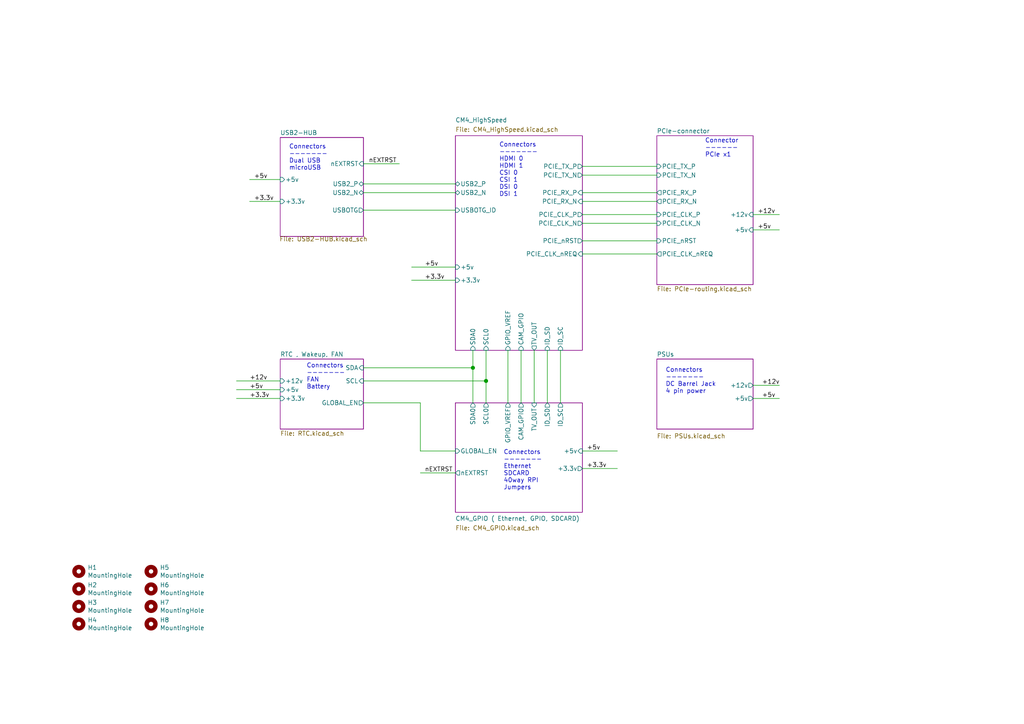
<source format=kicad_sch>
(kicad_sch (version 20201015) (generator eeschema)

  (page 1 7)

  (paper "A4")

  (title_block
    (title "Compute Module 4 IO Board - Top Level")
    (rev "1")
    (company "(c) Raspberry Pi Trading 2020")
    (comment 1 "www.raspberrypi.org")
  )

  (lib_symbols
    (symbol "Mechanical:MountingHole" (in_bom yes) (on_board yes)
      (property "Reference" "H" (id 0) (at 0 5.08 0)
        (effects (font (size 1.27 1.27)))
      )
      (property "Value" "MountingHole" (id 1) (at 0 3.175 0)
        (effects (font (size 1.27 1.27)))
      )
      (property "Footprint" "" (id 2) (at 0 0 0)
        (effects (font (size 1.27 1.27)) hide)
      )
      (property "Datasheet" "~" (id 3) (at 0 0 0)
        (effects (font (size 1.27 1.27)) hide)
      )
      (property "ki_keywords" "mounting hole" (id 4) (at 0 0 0)
        (effects (font (size 1.27 1.27)) hide)
      )
      (property "ki_description" "Mounting Hole without connection" (id 5) (at 0 0 0)
        (effects (font (size 1.27 1.27)) hide)
      )
      (property "ki_fp_filters" "MountingHole*" (id 6) (at 0 0 0)
        (effects (font (size 1.27 1.27)) hide)
      )
      (symbol "MountingHole_0_1"
        (circle (center 0 0) (radius 1.27) (stroke (width 1.27)) (fill (type none)))
      )
    )
  )


  (junction (at 137.16 106.68) (diameter 1.016) (color 0 0 0 0))
  (junction (at 140.97 110.49) (diameter 1.016) (color 0 0 0 0))

  (wire (pts (xy 68.58 110.49) (xy 81.28 110.49))
    (stroke (width 0) (type solid) (color 0 0 0 0))
  )
  (wire (pts (xy 68.58 113.03) (xy 81.28 113.03))
    (stroke (width 0) (type solid) (color 0 0 0 0))
  )
  (wire (pts (xy 81.28 52.07) (xy 72.39 52.07))
    (stroke (width 0) (type solid) (color 0 0 0 0))
  )
  (wire (pts (xy 81.28 58.42) (xy 72.39 58.42))
    (stroke (width 0) (type solid) (color 0 0 0 0))
  )
  (wire (pts (xy 81.28 115.57) (xy 68.58 115.57))
    (stroke (width 0) (type solid) (color 0 0 0 0))
  )
  (wire (pts (xy 105.41 47.498) (xy 115.824 47.498))
    (stroke (width 0) (type solid) (color 0 0 0 0))
  )
  (wire (pts (xy 105.41 53.34) (xy 132.08 53.34))
    (stroke (width 0) (type solid) (color 0 0 0 0))
  )
  (wire (pts (xy 105.41 55.88) (xy 132.08 55.88))
    (stroke (width 0) (type solid) (color 0 0 0 0))
  )
  (wire (pts (xy 105.41 60.96) (xy 132.08 60.96))
    (stroke (width 0) (type solid) (color 0 0 0 0))
  )
  (wire (pts (xy 105.41 106.68) (xy 137.16 106.68))
    (stroke (width 0) (type solid) (color 0 0 0 0))
  )
  (wire (pts (xy 105.41 110.49) (xy 140.97 110.49))
    (stroke (width 0) (type solid) (color 0 0 0 0))
  )
  (wire (pts (xy 105.41 116.84) (xy 121.92 116.84))
    (stroke (width 0) (type solid) (color 0 0 0 0))
  )
  (wire (pts (xy 119.38 77.47) (xy 132.08 77.47))
    (stroke (width 0) (type solid) (color 0 0 0 0))
  )
  (wire (pts (xy 121.92 130.81) (xy 121.92 116.84))
    (stroke (width 0) (type solid) (color 0 0 0 0))
  )
  (wire (pts (xy 121.92 137.16) (xy 132.08 137.16))
    (stroke (width 0) (type solid) (color 0 0 0 0))
  )
  (wire (pts (xy 132.08 81.28) (xy 119.38 81.28))
    (stroke (width 0) (type solid) (color 0 0 0 0))
  )
  (wire (pts (xy 132.08 130.81) (xy 121.92 130.81))
    (stroke (width 0) (type solid) (color 0 0 0 0))
  )
  (wire (pts (xy 137.16 101.6) (xy 137.16 106.68))
    (stroke (width 0) (type solid) (color 0 0 0 0))
  )
  (wire (pts (xy 137.16 106.68) (xy 137.16 116.84))
    (stroke (width 0) (type solid) (color 0 0 0 0))
  )
  (wire (pts (xy 140.97 110.49) (xy 140.97 101.6))
    (stroke (width 0) (type solid) (color 0 0 0 0))
  )
  (wire (pts (xy 140.97 116.84) (xy 140.97 110.49))
    (stroke (width 0) (type solid) (color 0 0 0 0))
  )
  (wire (pts (xy 147.32 101.6) (xy 147.32 116.84))
    (stroke (width 0) (type solid) (color 0 0 0 0))
  )
  (wire (pts (xy 151.13 116.84) (xy 151.13 101.6))
    (stroke (width 0) (type solid) (color 0 0 0 0))
  )
  (wire (pts (xy 154.94 116.84) (xy 154.94 101.6))
    (stroke (width 0) (type solid) (color 0 0 0 0))
  )
  (wire (pts (xy 158.75 101.6) (xy 158.75 116.84))
    (stroke (width 0) (type solid) (color 0 0 0 0))
  )
  (wire (pts (xy 162.56 116.84) (xy 162.56 101.6))
    (stroke (width 0) (type solid) (color 0 0 0 0))
  )
  (wire (pts (xy 168.91 48.26) (xy 190.5 48.26))
    (stroke (width 0) (type solid) (color 0 0 0 0))
  )
  (wire (pts (xy 168.91 50.8) (xy 190.5 50.8))
    (stroke (width 0) (type solid) (color 0 0 0 0))
  )
  (wire (pts (xy 168.91 55.88) (xy 190.5 55.88))
    (stroke (width 0) (type solid) (color 0 0 0 0))
  )
  (wire (pts (xy 168.91 58.42) (xy 190.5 58.42))
    (stroke (width 0) (type solid) (color 0 0 0 0))
  )
  (wire (pts (xy 168.91 62.23) (xy 190.5 62.23))
    (stroke (width 0) (type solid) (color 0 0 0 0))
  )
  (wire (pts (xy 168.91 64.77) (xy 190.5 64.77))
    (stroke (width 0) (type solid) (color 0 0 0 0))
  )
  (wire (pts (xy 168.91 69.85) (xy 190.5 69.85))
    (stroke (width 0) (type solid) (color 0 0 0 0))
  )
  (wire (pts (xy 168.91 73.66) (xy 190.5 73.66))
    (stroke (width 0) (type solid) (color 0 0 0 0))
  )
  (wire (pts (xy 168.91 135.89) (xy 179.07 135.89))
    (stroke (width 0) (type solid) (color 0 0 0 0))
  )
  (wire (pts (xy 179.07 130.81) (xy 168.91 130.81))
    (stroke (width 0) (type solid) (color 0 0 0 0))
  )
  (wire (pts (xy 218.44 62.23) (xy 226.06 62.23))
    (stroke (width 0) (type solid) (color 0 0 0 0))
  )
  (wire (pts (xy 218.44 66.675) (xy 226.06 66.675))
    (stroke (width 0) (type solid) (color 0 0 0 0))
  )
  (wire (pts (xy 218.44 111.76) (xy 226.06 111.76))
    (stroke (width 0) (type solid) (color 0 0 0 0))
  )
  (wire (pts (xy 218.44 115.57) (xy 226.06 115.57))
    (stroke (width 0) (type solid) (color 0 0 0 0))
  )

  (text "Connectors\n-------\nDual USB\nmicroUSB" (at 83.82 49.53 0)
    (effects (font (size 1.27 1.27)) (justify left bottom))
  )
  (text "Connectors\n-------\nFAN\nBattery" (at 88.9 113.03 0)
    (effects (font (size 1.27 1.27)) (justify left bottom))
  )
  (text "Connectors\n-------\nHDMI 0\nHDMI 1\nCSI 0\nCSI 1\nDSI 0\nDSI 1"
    (at 144.78 57.15 0)
    (effects (font (size 1.27 1.27)) (justify left bottom))
  )
  (text "Connectors\n-------\nEthernet\nSDCARD\n40way RPI\nJumpers"
    (at 146.05 142.24 0)
    (effects (font (size 1.27 1.27)) (justify left bottom))
  )
  (text "Connectors\n-------\nDC Barrel Jack\n4 pin power" (at 193.04 114.3 0)
    (effects (font (size 1.27 1.27)) (justify left bottom))
  )
  (text "Connector\n------\nPCIe x1" (at 204.47 45.72 0)
    (effects (font (size 1.27 1.27)) (justify left bottom))
  )

  (label "+12v" (at 72.39 110.49 0)
    (effects (font (size 1.27 1.27)) (justify left bottom))
  )
  (label "+5v" (at 72.39 113.03 0)
    (effects (font (size 1.27 1.27)) (justify left bottom))
  )
  (label "+3.3v" (at 72.39 115.57 0)
    (effects (font (size 1.27 1.27)) (justify left bottom))
  )
  (label "+5v" (at 73.66 52.07 0)
    (effects (font (size 1.27 1.27)) (justify left bottom))
  )
  (label "+3.3v" (at 73.66 58.42 0)
    (effects (font (size 1.27 1.27)) (justify left bottom))
  )
  (label "nEXTRST" (at 106.934 47.498 0)
    (effects (font (size 1.27 1.27)) (justify left bottom))
  )
  (label "+5v" (at 123.19 77.47 0)
    (effects (font (size 1.27 1.27)) (justify left bottom))
  )
  (label "+3.3v" (at 123.19 81.28 0)
    (effects (font (size 1.27 1.27)) (justify left bottom))
  )
  (label "nEXTRST" (at 123.19 137.16 0)
    (effects (font (size 1.27 1.27)) (justify left bottom))
  )
  (label "+5v" (at 170.18 130.81 0)
    (effects (font (size 1.27 1.27)) (justify left bottom))
  )
  (label "+3.3v" (at 170.18 135.89 0)
    (effects (font (size 1.27 1.27)) (justify left bottom))
  )
  (label "+12v" (at 219.71 62.23 0)
    (effects (font (size 1.27 1.27)) (justify left bottom))
  )
  (label "+5v" (at 219.71 66.675 0)
    (effects (font (size 1.27 1.27)) (justify left bottom))
  )
  (label "+12v" (at 220.98 111.76 0)
    (effects (font (size 1.27 1.27)) (justify left bottom))
  )
  (label "+5v" (at 220.98 115.57 0)
    (effects (font (size 1.27 1.27)) (justify left bottom))
  )

  (symbol (lib_id "Mechanical:MountingHole") (at 22.86 165.735 0) (unit 1)
    (in_bom yes) (on_board yes)
    (uuid "00000000-0000-0000-0000-00005e3b2f75")
    (property "Reference" "H1" (id 0) (at 25.4 164.592 0)
      (effects (font (size 1.27 1.27)) (justify left))
    )
    (property "Value" "MountingHole" (id 1) (at 25.4 166.878 0)
      (effects (font (size 1.27 1.27)) (justify left))
    )
    (property "Footprint" "MountingHole:MountingHole_2.7mm_M2.5" (id 2) (at 22.86 165.735 0)
      (effects (font (size 1.27 1.27)) hide)
    )
    (property "Datasheet" "~" (id 3) (at 22.86 165.735 0)
      (effects (font (size 1.27 1.27)) hide)
    )
    (property "Field4" "nf" (id 4) (at 22.86 165.735 0)
      (effects (font (size 1.27 1.27)) hide)
    )
    (property "Field5" "nf" (id 5) (at 22.86 165.735 0)
      (effects (font (size 1.27 1.27)) hide)
    )
    (property "Field6" "nf" (id 6) (at 22.86 165.735 0)
      (effects (font (size 1.27 1.27)) hide)
    )
    (property "Field7" "nf" (id 7) (at 22.86 165.735 0)
      (effects (font (size 1.27 1.27)) hide)
    )
    (property "Part Description" "M2.5 mounting hole" (id 8) (at 22.86 165.735 0)
      (effects (font (size 1.27 1.27)) hide)
    )
  )

  (symbol (lib_id "Mechanical:MountingHole") (at 22.86 170.815 0) (unit 1)
    (in_bom yes) (on_board yes)
    (uuid "00000000-0000-0000-0000-00005e3b2cb2")
    (property "Reference" "H2" (id 0) (at 25.4 169.672 0)
      (effects (font (size 1.27 1.27)) (justify left))
    )
    (property "Value" "MountingHole" (id 1) (at 25.4 171.958 0)
      (effects (font (size 1.27 1.27)) (justify left))
    )
    (property "Footprint" "MountingHole:MountingHole_2.7mm_M2.5" (id 2) (at 22.86 170.815 0)
      (effects (font (size 1.27 1.27)) hide)
    )
    (property "Datasheet" "~" (id 3) (at 22.86 170.815 0)
      (effects (font (size 1.27 1.27)) hide)
    )
    (property "Field4" "nf" (id 4) (at 22.86 170.815 0)
      (effects (font (size 1.27 1.27)) hide)
    )
    (property "Field5" "nf" (id 5) (at 22.86 170.815 0)
      (effects (font (size 1.27 1.27)) hide)
    )
    (property "Field6" "nf" (id 6) (at 22.86 170.815 0)
      (effects (font (size 1.27 1.27)) hide)
    )
    (property "Field7" "nf" (id 7) (at 22.86 170.815 0)
      (effects (font (size 1.27 1.27)) hide)
    )
    (property "Part Description" "M2.5 mounting hole" (id 8) (at 22.86 170.815 0)
      (effects (font (size 1.27 1.27)) hide)
    )
  )

  (symbol (lib_id "Mechanical:MountingHole") (at 22.86 175.895 0) (unit 1)
    (in_bom yes) (on_board yes)
    (uuid "00000000-0000-0000-0000-00005e3b25a9")
    (property "Reference" "H3" (id 0) (at 25.4 174.752 0)
      (effects (font (size 1.27 1.27)) (justify left))
    )
    (property "Value" "MountingHole" (id 1) (at 25.4 177.038 0)
      (effects (font (size 1.27 1.27)) (justify left))
    )
    (property "Footprint" "MountingHole:MountingHole_2.7mm_M2.5" (id 2) (at 22.86 175.895 0)
      (effects (font (size 1.27 1.27)) hide)
    )
    (property "Datasheet" "~" (id 3) (at 22.86 175.895 0)
      (effects (font (size 1.27 1.27)) hide)
    )
    (property "Field4" "nf" (id 4) (at 22.86 175.895 0)
      (effects (font (size 1.27 1.27)) hide)
    )
    (property "Field5" "nf" (id 5) (at 22.86 175.895 0)
      (effects (font (size 1.27 1.27)) hide)
    )
    (property "Field6" "nf" (id 6) (at 22.86 175.895 0)
      (effects (font (size 1.27 1.27)) hide)
    )
    (property "Field7" "nf" (id 7) (at 22.86 175.895 0)
      (effects (font (size 1.27 1.27)) hide)
    )
    (property "Part Description" "M2.5 mounting hole" (id 8) (at 22.86 175.895 0)
      (effects (font (size 1.27 1.27)) hide)
    )
  )

  (symbol (lib_id "Mechanical:MountingHole") (at 22.86 180.975 0) (unit 1)
    (in_bom yes) (on_board yes)
    (uuid "00000000-0000-0000-0000-00005e3b1a1d")
    (property "Reference" "H4" (id 0) (at 25.4 179.832 0)
      (effects (font (size 1.27 1.27)) (justify left))
    )
    (property "Value" "MountingHole" (id 1) (at 25.4 182.118 0)
      (effects (font (size 1.27 1.27)) (justify left))
    )
    (property "Footprint" "MountingHole:MountingHole_2.7mm_M2.5" (id 2) (at 22.86 180.975 0)
      (effects (font (size 1.27 1.27)) hide)
    )
    (property "Datasheet" "~" (id 3) (at 22.86 180.975 0)
      (effects (font (size 1.27 1.27)) hide)
    )
    (property "Field4" "nf" (id 4) (at 22.86 180.975 0)
      (effects (font (size 1.27 1.27)) hide)
    )
    (property "Field5" "nf" (id 5) (at 22.86 180.975 0)
      (effects (font (size 1.27 1.27)) hide)
    )
    (property "Field6" "nf" (id 6) (at 22.86 180.975 0)
      (effects (font (size 1.27 1.27)) hide)
    )
    (property "Field7" "nf" (id 7) (at 22.86 180.975 0)
      (effects (font (size 1.27 1.27)) hide)
    )
    (property "Part Description" "M2.5 mounting hole" (id 8) (at 22.86 180.975 0)
      (effects (font (size 1.27 1.27)) hide)
    )
  )

  (symbol (lib_id "Mechanical:MountingHole") (at 43.815 165.735 0) (unit 1)
    (in_bom yes) (on_board yes)
    (uuid "00000000-0000-0000-0000-00005e3b32fa")
    (property "Reference" "H5" (id 0) (at 46.355 164.592 0)
      (effects (font (size 1.27 1.27)) (justify left))
    )
    (property "Value" "MountingHole" (id 1) (at 46.355 166.878 0)
      (effects (font (size 1.27 1.27)) (justify left))
    )
    (property "Footprint" "MountingHole:MountingHole_2.7mm_M2.5" (id 2) (at 43.815 165.735 0)
      (effects (font (size 1.27 1.27)) hide)
    )
    (property "Datasheet" "~" (id 3) (at 43.815 165.735 0)
      (effects (font (size 1.27 1.27)) hide)
    )
    (property "Field4" "nf" (id 4) (at 43.815 165.735 0)
      (effects (font (size 1.27 1.27)) hide)
    )
    (property "Field5" "nf" (id 5) (at 43.815 165.735 0)
      (effects (font (size 1.27 1.27)) hide)
    )
    (property "Field6" "nf" (id 6) (at 43.815 165.735 0)
      (effects (font (size 1.27 1.27)) hide)
    )
    (property "Field7" "nf" (id 7) (at 43.815 165.735 0)
      (effects (font (size 1.27 1.27)) hide)
    )
    (property "Part Description" "M2.5 mounting hole" (id 8) (at 43.815 165.735 0)
      (effects (font (size 1.27 1.27)) hide)
    )
  )

  (symbol (lib_id "Mechanical:MountingHole") (at 43.815 170.815 0) (unit 1)
    (in_bom yes) (on_board yes)
    (uuid "00000000-0000-0000-0000-00005e3b3330")
    (property "Reference" "H6" (id 0) (at 46.355 169.672 0)
      (effects (font (size 1.27 1.27)) (justify left))
    )
    (property "Value" "MountingHole" (id 1) (at 46.355 171.958 0)
      (effects (font (size 1.27 1.27)) (justify left))
    )
    (property "Footprint" "MountingHole:MountingHole_2.7mm_M2.5" (id 2) (at 43.815 170.815 0)
      (effects (font (size 1.27 1.27)) hide)
    )
    (property "Datasheet" "~" (id 3) (at 43.815 170.815 0)
      (effects (font (size 1.27 1.27)) hide)
    )
    (property "Field4" "nf" (id 4) (at 43.815 170.815 0)
      (effects (font (size 1.27 1.27)) hide)
    )
    (property "Field5" "nf" (id 5) (at 43.815 170.815 0)
      (effects (font (size 1.27 1.27)) hide)
    )
    (property "Field6" "nf" (id 6) (at 43.815 170.815 0)
      (effects (font (size 1.27 1.27)) hide)
    )
    (property "Field7" "nf" (id 7) (at 43.815 170.815 0)
      (effects (font (size 1.27 1.27)) hide)
    )
    (property "Part Description" "M2.5 mounting hole" (id 8) (at 43.815 170.815 0)
      (effects (font (size 1.27 1.27)) hide)
    )
  )

  (symbol (lib_id "Mechanical:MountingHole") (at 43.815 175.895 0) (unit 1)
    (in_bom yes) (on_board yes)
    (uuid "00000000-0000-0000-0000-00005e3b331e")
    (property "Reference" "H7" (id 0) (at 46.355 174.752 0)
      (effects (font (size 1.27 1.27)) (justify left))
    )
    (property "Value" "MountingHole" (id 1) (at 46.355 177.038 0)
      (effects (font (size 1.27 1.27)) (justify left))
    )
    (property "Footprint" "MountingHole:MountingHole_2.7mm_M2.5" (id 2) (at 43.815 175.895 0)
      (effects (font (size 1.27 1.27)) hide)
    )
    (property "Datasheet" "~" (id 3) (at 43.815 175.895 0)
      (effects (font (size 1.27 1.27)) hide)
    )
    (property "Field4" "nf" (id 4) (at 43.815 175.895 0)
      (effects (font (size 1.27 1.27)) hide)
    )
    (property "Field5" "nf" (id 5) (at 43.815 175.895 0)
      (effects (font (size 1.27 1.27)) hide)
    )
    (property "Field6" "nf" (id 6) (at 43.815 175.895 0)
      (effects (font (size 1.27 1.27)) hide)
    )
    (property "Field7" "nf" (id 7) (at 43.815 175.895 0)
      (effects (font (size 1.27 1.27)) hide)
    )
    (property "Part Description" "M2.5 mounting hole" (id 8) (at 43.815 175.895 0)
      (effects (font (size 1.27 1.27)) hide)
    )
  )

  (symbol (lib_id "Mechanical:MountingHole") (at 43.815 180.975 0) (unit 1)
    (in_bom yes) (on_board yes)
    (uuid "00000000-0000-0000-0000-00005e3b330c")
    (property "Reference" "H8" (id 0) (at 46.355 179.832 0)
      (effects (font (size 1.27 1.27)) (justify left))
    )
    (property "Value" "MountingHole" (id 1) (at 46.355 182.118 0)
      (effects (font (size 1.27 1.27)) (justify left))
    )
    (property "Footprint" "MountingHole:MountingHole_2.7mm_M2.5" (id 2) (at 43.815 180.975 0)
      (effects (font (size 1.27 1.27)) hide)
    )
    (property "Datasheet" "~" (id 3) (at 43.815 180.975 0)
      (effects (font (size 1.27 1.27)) hide)
    )
    (property "Field4" "nf" (id 4) (at 43.815 180.975 0)
      (effects (font (size 1.27 1.27)) hide)
    )
    (property "Field5" "nf" (id 5) (at 43.815 180.975 0)
      (effects (font (size 1.27 1.27)) hide)
    )
    (property "Field6" "nf" (id 6) (at 43.815 180.975 0)
      (effects (font (size 1.27 1.27)) hide)
    )
    (property "Field7" "nf" (id 7) (at 43.815 180.975 0)
      (effects (font (size 1.27 1.27)) hide)
    )
    (property "Part Description" "M2.5 mounting hole" (id 8) (at 43.815 180.975 0)
      (effects (font (size 1.27 1.27)) hide)
    )
  )

  (sheet (at 132.08 116.84) (size 36.83 31.75)
    (stroke (width 0.1524) (type solid) (color 132 0 132 1))
    (fill (color 255 255 255 0.0000))
    (uuid 00000000-0000-0000-0000-00005cff706a)
    (property "Schaltplanname" "CM4_GPIO ( Ethernet, GPIO, SDCARD)" (id 0) (at 132.08 151.13 0)
      (effects (font (size 1.27 1.27)) (justify left bottom))
    )
    (property "Dateiname Blatt" "CM4_GPIO.kicad_sch" (id 1) (at 132.08 152.4 0)
      (effects (font (size 1.27 1.27)) (justify left top))
    )
    (pin "ID_SC" output (at 162.56 116.84 90)
      (effects (font (size 1.27 1.27)) (justify right))
    )
    (pin "ID_SD" output (at 158.75 116.84 90)
      (effects (font (size 1.27 1.27)) (justify right))
    )
    (pin "CAM_GPIO" output (at 151.13 116.84 90)
      (effects (font (size 1.27 1.27)) (justify right))
    )
    (pin "SCL0" output (at 140.97 116.84 90)
      (effects (font (size 1.27 1.27)) (justify right))
    )
    (pin "SDA0" output (at 137.16 116.84 90)
      (effects (font (size 1.27 1.27)) (justify right))
    )
    (pin "+5v" input (at 168.91 130.81 0)
      (effects (font (size 1.27 1.27)) (justify right))
    )
    (pin "+3.3v" output (at 168.91 135.89 0)
      (effects (font (size 1.27 1.27)) (justify right))
    )
    (pin "nEXTRST" output (at 132.08 137.16 180)
      (effects (font (size 1.27 1.27)) (justify left))
    )
    (pin "GLOBAL_EN" input (at 132.08 130.81 180)
      (effects (font (size 1.27 1.27)) (justify left))
    )
    (pin "GPIO_VREF" output (at 147.32 116.84 90)
      (effects (font (size 1.27 1.27)) (justify right))
    )
    (pin "TV_OUT" input (at 154.94 116.84 90)
      (effects (font (size 1.27 1.27)) (justify right))
    )
  )

  (sheet (at 132.08 39.37) (size 36.83 62.23)
    (stroke (width 0.1524) (type solid) (color 132 0 132 1))
    (fill (color 255 255 255 0.0000))
    (uuid 00000000-0000-0000-0000-00005cff70b1)
    (property "Schaltplanname" "CM4_HighSpeed" (id 0) (at 132.08 35.56 0)
      (effects (font (size 1.27 1.27)) (justify left bottom))
    )
    (property "Dateiname Blatt" "CM4_HighSpeed.kicad_sch" (id 1) (at 132.08 36.83 0)
      (effects (font (size 1.27 1.27)) (justify left top))
    )
    (pin "USB2_N" bidirectional (at 132.08 55.88 180)
      (effects (font (size 1.27 1.27)) (justify left))
    )
    (pin "USB2_P" bidirectional (at 132.08 53.34 180)
      (effects (font (size 1.27 1.27)) (justify left))
    )
    (pin "ID_SC" input (at 162.56 101.6 270)
      (effects (font (size 1.27 1.27)) (justify left))
    )
    (pin "ID_SD" input (at 158.75 101.6 270)
      (effects (font (size 1.27 1.27)) (justify left))
    )
    (pin "CAM_GPIO" input (at 151.13 101.6 270)
      (effects (font (size 1.27 1.27)) (justify left))
    )
    (pin "SCL0" input (at 140.97 101.6 270)
      (effects (font (size 1.27 1.27)) (justify left))
    )
    (pin "SDA0" input (at 137.16 101.6 270)
      (effects (font (size 1.27 1.27)) (justify left))
    )
    (pin "+5v" input (at 132.08 77.47 180)
      (effects (font (size 1.27 1.27)) (justify left))
    )
    (pin "PCIE_CLK_P" output (at 168.91 62.23 0)
      (effects (font (size 1.27 1.27)) (justify right))
    )
    (pin "PCIE_CLK_N" output (at 168.91 64.77 0)
      (effects (font (size 1.27 1.27)) (justify right))
    )
    (pin "PCIE_TX_P" output (at 168.91 48.26 0)
      (effects (font (size 1.27 1.27)) (justify right))
    )
    (pin "PCIE_TX_N" output (at 168.91 50.8 0)
      (effects (font (size 1.27 1.27)) (justify right))
    )
    (pin "PCIE_nRST" output (at 168.91 69.85 0)
      (effects (font (size 1.27 1.27)) (justify right))
    )
    (pin "PCIE_RX_P" input (at 168.91 55.88 0)
      (effects (font (size 1.27 1.27)) (justify right))
    )
    (pin "PCIE_RX_N" input (at 168.91 58.42 0)
      (effects (font (size 1.27 1.27)) (justify right))
    )
    (pin "PCIE_CLK_nREQ" input (at 168.91 73.66 0)
      (effects (font (size 1.27 1.27)) (justify right))
    )
    (pin "+3.3v" input (at 132.08 81.28 180)
      (effects (font (size 1.27 1.27)) (justify left))
    )
    (pin "USBOTG_ID" input (at 132.08 60.96 180)
      (effects (font (size 1.27 1.27)) (justify left))
    )
    (pin "GPIO_VREF" input (at 147.32 101.6 270)
      (effects (font (size 1.27 1.27)) (justify left))
    )
    (pin "TV_OUT" output (at 154.94 101.6 270)
      (effects (font (size 1.27 1.27)) (justify left))
    )
  )

  (sheet (at 190.5 39.37) (size 27.94 43.18)
    (stroke (width 0.1524) (type solid) (color 132 0 132 1))
    (fill (color 255 255 255 0.0000))
    (uuid 00000000-0000-0000-0000-00005ed4bb5b)
    (property "Schaltplanname" "PCIe-connector" (id 0) (at 190.5 38.734 0)
      (effects (font (size 1.27 1.27)) (justify left bottom))
    )
    (property "Dateiname Blatt" "PCIe-routing.kicad_sch" (id 1) (at 190.5 83.0585 0)
      (effects (font (size 1.27 1.27)) (justify left top))
    )
    (pin "PCIE_CLK_P" input (at 190.5 62.23 180)
      (effects (font (size 1.27 1.27)) (justify left))
    )
    (pin "PCIE_CLK_N" input (at 190.5 64.77 180)
      (effects (font (size 1.27 1.27)) (justify left))
    )
    (pin "PCIE_TX_P" input (at 190.5 48.26 180)
      (effects (font (size 1.27 1.27)) (justify left))
    )
    (pin "PCIE_TX_N" input (at 190.5 50.8 180)
      (effects (font (size 1.27 1.27)) (justify left))
    )
    (pin "PCIE_CLK_nREQ" output (at 190.5 73.66 180)
      (effects (font (size 1.27 1.27)) (justify left))
    )
    (pin "PCIE_nRST" input (at 190.5 69.85 180)
      (effects (font (size 1.27 1.27)) (justify left))
    )
    (pin "PCIE_RX_P" output (at 190.5 55.88 180)
      (effects (font (size 1.27 1.27)) (justify left))
    )
    (pin "PCIE_RX_N" output (at 190.5 58.42 180)
      (effects (font (size 1.27 1.27)) (justify left))
    )
    (pin "+12v" input (at 218.44 62.23 0)
      (effects (font (size 1.27 1.27)) (justify right))
    )
    (pin "+5v" input (at 218.44 66.675 0)
      (effects (font (size 1.27 1.27)) (justify right))
    )
  )

  (sheet (at 190.5 104.14) (size 27.94 20.32)
    (stroke (width 0.1524) (type solid) (color 132 0 132 1))
    (fill (color 255 255 255 0.0000))
    (uuid 00000000-0000-0000-0000-00005d31f999)
    (property "Schaltplanname" "PSUs" (id 0) (at 190.5 103.5045 0)
      (effects (font (size 1.27 1.27)) (justify left bottom))
    )
    (property "Dateiname Blatt" "PSUs.kicad_sch" (id 1) (at 190.5 125.73 0)
      (effects (font (size 1.27 1.27)) (justify left top))
    )
    (pin "+5v" output (at 218.44 115.57 0)
      (effects (font (size 1.27 1.27)) (justify right))
    )
    (pin "+12v" output (at 218.44 111.76 0)
      (effects (font (size 1.27 1.27)) (justify right))
    )
  )

  (sheet (at 81.28 104.14) (size 24.13 20.32)
    (stroke (width 0.1524) (type solid) (color 132 0 132 1))
    (fill (color 255 255 255 0.0000))
    (uuid 00000000-0000-0000-0000-00005e328d89)
    (property "Schaltplanname" "RTC , Wakeup, FAN" (id 0) (at 81.28 103.5045 0)
      (effects (font (size 1.27 1.27)) (justify left bottom))
    )
    (property "Dateiname Blatt" "RTC.kicad_sch" (id 1) (at 81.28 124.9685 0)
      (effects (font (size 1.27 1.27)) (justify left top))
    )
    (pin "SCL" input (at 105.41 110.49 0)
      (effects (font (size 1.27 1.27)) (justify right))
    )
    (pin "SDA" input (at 105.41 106.68 0)
      (effects (font (size 1.27 1.27)) (justify right))
    )
    (pin "+5v" input (at 81.28 113.03 180)
      (effects (font (size 1.27 1.27)) (justify left))
    )
    (pin "+3.3v" input (at 81.28 115.57 180)
      (effects (font (size 1.27 1.27)) (justify left))
    )
    (pin "GLOBAL_EN" output (at 105.41 116.84 0)
      (effects (font (size 1.27 1.27)) (justify right))
    )
    (pin "+12v" input (at 81.28 110.49 180)
      (effects (font (size 1.27 1.27)) (justify left))
    )
  )

  (sheet (at 81.28 39.878) (size 24.13 28.702)
    (stroke (width 0.1524) (type solid) (color 132 0 132 1))
    (fill (color 255 255 255 0.0000))
    (uuid 00000000-0000-0000-0000-00005e072e02)
    (property "Schaltplanname" "USB2-HUB" (id 0) (at 81.28 39.2425 0)
      (effects (font (size 1.27 1.27)) (justify left bottom))
    )
    (property "Dateiname Blatt" "USB2-HUB.kicad_sch" (id 1) (at 81.026 68.58 0)
      (effects (font (size 1.27 1.27)) (justify left top))
    )
    (pin "USB2_N" bidirectional (at 105.41 55.88 0)
      (effects (font (size 1.27 1.27)) (justify right))
    )
    (pin "USB2_P" bidirectional (at 105.41 53.34 0)
      (effects (font (size 1.27 1.27)) (justify right))
    )
    (pin "+5v" input (at 81.28 52.07 180)
      (effects (font (size 1.27 1.27)) (justify left))
    )
    (pin "+3.3v" input (at 81.28 58.42 180)
      (effects (font (size 1.27 1.27)) (justify left))
    )
    (pin "nEXTRST" input (at 105.41 47.498 0)
      (effects (font (size 1.27 1.27)) (justify right))
    )
    (pin "USBOTG" output (at 105.41 60.96 0)
      (effects (font (size 1.27 1.27)) (justify right))
    )
  )

  (sheet_instances
    (path "/" (page "1"))
    (path "/00000000-0000-0000-0000-00005e072e02/" (page "2"))
    (path "/00000000-0000-0000-0000-00005e328d89/" (page "3"))
    (path "/00000000-0000-0000-0000-00005cff70b1/" (page "4"))
    (path "/00000000-0000-0000-0000-00005cff706a/" (page "5"))
    (path "/00000000-0000-0000-0000-00005ed4bb5b/" (page "6"))
    (path "/00000000-0000-0000-0000-00005d31f999/" (page "7"))
  )

  (symbol_instances
    (path "/00000000-0000-0000-0000-00005e3b2f75"
      (reference "H1") (unit 1) (value "MountingHole") (footprint "MountingHole:MountingHole_2.7mm_M2.5")
    )
    (path "/00000000-0000-0000-0000-00005e3b2cb2"
      (reference "H2") (unit 1) (value "MountingHole") (footprint "MountingHole:MountingHole_2.7mm_M2.5")
    )
    (path "/00000000-0000-0000-0000-00005e3b25a9"
      (reference "H3") (unit 1) (value "MountingHole") (footprint "MountingHole:MountingHole_2.7mm_M2.5")
    )
    (path "/00000000-0000-0000-0000-00005e3b1a1d"
      (reference "H4") (unit 1) (value "MountingHole") (footprint "MountingHole:MountingHole_2.7mm_M2.5")
    )
    (path "/00000000-0000-0000-0000-00005e3b32fa"
      (reference "H5") (unit 1) (value "MountingHole") (footprint "MountingHole:MountingHole_2.7mm_M2.5")
    )
    (path "/00000000-0000-0000-0000-00005e3b3330"
      (reference "H6") (unit 1) (value "MountingHole") (footprint "MountingHole:MountingHole_2.7mm_M2.5")
    )
    (path "/00000000-0000-0000-0000-00005e3b331e"
      (reference "H7") (unit 1) (value "MountingHole") (footprint "MountingHole:MountingHole_2.7mm_M2.5")
    )
    (path "/00000000-0000-0000-0000-00005e3b330c"
      (reference "H8") (unit 1) (value "MountingHole") (footprint "MountingHole:MountingHole_2.7mm_M2.5")
    )
    (path "/00000000-0000-0000-0000-00005e072e02/00000000-0000-0000-0000-00005e9b65ca"
      (reference "#PWR01") (unit 1) (value "GND") (footprint "")
    )
    (path "/00000000-0000-0000-0000-00005e072e02/00000000-0000-0000-0000-00005e3b6d96"
      (reference "#PWR06") (unit 1) (value "GND") (footprint "")
    )
    (path "/00000000-0000-0000-0000-00005e072e02/00000000-0000-0000-0000-00005e3d5697"
      (reference "#PWR07") (unit 1) (value "GND") (footprint "")
    )
    (path "/00000000-0000-0000-0000-00005e072e02/00000000-0000-0000-0000-00005db36104"
      (reference "#PWR08") (unit 1) (value "GND") (footprint "")
    )
    (path "/00000000-0000-0000-0000-00005e072e02/00000000-0000-0000-0000-00005db3990f"
      (reference "#PWR09") (unit 1) (value "GND") (footprint "")
    )
    (path "/00000000-0000-0000-0000-00005e072e02/00000000-0000-0000-0000-00005dab10d9"
      (reference "#PWR010") (unit 1) (value "GND") (footprint "")
    )
    (path "/00000000-0000-0000-0000-00005e072e02/00000000-0000-0000-0000-00005db3d1df"
      (reference "#PWR011") (unit 1) (value "GND") (footprint "")
    )
    (path "/00000000-0000-0000-0000-00005e072e02/00000000-0000-0000-0000-00005db40afb"
      (reference "#PWR012") (unit 1) (value "GND") (footprint "")
    )
    (path "/00000000-0000-0000-0000-00005e072e02/00000000-0000-0000-0000-00005dd30b91"
      (reference "#PWR013") (unit 1) (value "GND") (footprint "")
    )
    (path "/00000000-0000-0000-0000-00005e072e02/00000000-0000-0000-0000-00005dafd9c4"
      (reference "#PWR014") (unit 1) (value "GND") (footprint "")
    )
    (path "/00000000-0000-0000-0000-00005e072e02/00000000-0000-0000-0000-00005d4c03f8"
      (reference "#PWR017") (unit 1) (value "GND") (footprint "")
    )
    (path "/00000000-0000-0000-0000-00005e072e02/00000000-0000-0000-0000-00005d4c0417"
      (reference "#PWR018") (unit 1) (value "GND") (footprint "")
    )
    (path "/00000000-0000-0000-0000-00005e072e02/00000000-0000-0000-0000-00005db61f2b"
      (reference "#PWR019") (unit 1) (value "GND") (footprint "")
    )
    (path "/00000000-0000-0000-0000-00005e072e02/00000000-0000-0000-0000-00005d4c040b"
      (reference "#PWR021") (unit 1) (value "GND") (footprint "")
    )
    (path "/00000000-0000-0000-0000-00005e072e02/00000000-0000-0000-0000-00005d55749c"
      (reference "#PWR023") (unit 1) (value "GND") (footprint "")
    )
    (path "/00000000-0000-0000-0000-00005e072e02/00000000-0000-0000-0000-00005d5574a2"
      (reference "#PWR024") (unit 1) (value "GND") (footprint "")
    )
    (path "/00000000-0000-0000-0000-00005e072e02/00000000-0000-0000-0000-00005d2f5819"
      (reference "#PWR025") (unit 1) (value "GND") (footprint "")
    )
    (path "/00000000-0000-0000-0000-00005e072e02/00000000-0000-0000-0000-00005d2f5823"
      (reference "#PWR026") (unit 1) (value "GND") (footprint "")
    )
    (path "/00000000-0000-0000-0000-00005e072e02/00000000-0000-0000-0000-00005dbc1856"
      (reference "#PWR049") (unit 1) (value "GND") (footprint "")
    )
    (path "/00000000-0000-0000-0000-00005e072e02/00000000-0000-0000-0000-00005dbc1892"
      (reference "#PWR050") (unit 1) (value "GND") (footprint "")
    )
    (path "/00000000-0000-0000-0000-00005e072e02/00000000-0000-0000-0000-00005dc24f31"
      (reference "#PWR0114") (unit 1) (value "GND") (footprint "")
    )
    (path "/00000000-0000-0000-0000-00005e072e02/00000000-0000-0000-0000-00005e63ba85"
      (reference "#PWR0123") (unit 1) (value "GND") (footprint "")
    )
    (path "/00000000-0000-0000-0000-00005e072e02/00000000-0000-0000-0000-00005e09b9bf"
      (reference "#PWR0142") (unit 1) (value "GND") (footprint "")
    )
    (path "/00000000-0000-0000-0000-00005e072e02/00000000-0000-0000-0000-00005e0b53d9"
      (reference "#PWR0143") (unit 1) (value "GND") (footprint "")
    )
    (path "/00000000-0000-0000-0000-00005e072e02/00000000-0000-0000-0000-00005e0e65c5"
      (reference "#PWR0144") (unit 1) (value "GND") (footprint "")
    )
    (path "/00000000-0000-0000-0000-00005e072e02/00000000-0000-0000-0000-00005eaee6a6"
      (reference "C2") (unit 1) (value "10u") (footprint "Capacitor_SMD:C_0805_2012Metric")
    )
    (path "/00000000-0000-0000-0000-00005e072e02/00000000-0000-0000-0000-00005e9f0d71"
      (reference "C3") (unit 1) (value "100n") (footprint "Capacitor_SMD:C_0402_1005Metric")
    )
    (path "/00000000-0000-0000-0000-00005e072e02/00000000-0000-0000-0000-00005e9f2312"
      (reference "C4") (unit 1) (value "100n") (footprint "Capacitor_SMD:C_0402_1005Metric")
    )
    (path "/00000000-0000-0000-0000-00005e072e02/00000000-0000-0000-0000-00005e3b8d2b"
      (reference "C6") (unit 1) (value "10u") (footprint "Capacitor_SMD:C_0805_2012Metric")
    )
    (path "/00000000-0000-0000-0000-00005e072e02/00000000-0000-0000-0000-00005e3b2653"
      (reference "C7") (unit 1) (value "100n") (footprint "Capacitor_SMD:C_0402_1005Metric")
    )
    (path "/00000000-0000-0000-0000-00005e072e02/00000000-0000-0000-0000-00005e3c619a"
      (reference "C8") (unit 1) (value "27pF") (footprint "Capacitor_SMD:C_0402_1005Metric")
    )
    (path "/00000000-0000-0000-0000-00005e072e02/00000000-0000-0000-0000-00005e3c68c5"
      (reference "C9") (unit 1) (value "27pF") (footprint "Capacitor_SMD:C_0402_1005Metric")
    )
    (path "/00000000-0000-0000-0000-00005e072e02/00000000-0000-0000-0000-00005e3b94fc"
      (reference "C10") (unit 1) (value "10u") (footprint "Capacitor_SMD:C_0805_2012Metric")
    )
    (path "/00000000-0000-0000-0000-00005e072e02/00000000-0000-0000-0000-00005e3aa782"
      (reference "C11") (unit 1) (value "100n") (footprint "Capacitor_SMD:C_0402_1005Metric")
    )
    (path "/00000000-0000-0000-0000-00005e072e02/00000000-0000-0000-0000-00005e3aca54"
      (reference "C14") (unit 1) (value "100n") (footprint "Capacitor_SMD:C_0402_1005Metric")
    )
    (path "/00000000-0000-0000-0000-00005e072e02/00000000-0000-0000-0000-00005e3ade99"
      (reference "C15") (unit 1) (value "100n") (footprint "Capacitor_SMD:C_0402_1005Metric")
    )
    (path "/00000000-0000-0000-0000-00005e072e02/00000000-0000-0000-0000-00005eb197aa"
      (reference "C16") (unit 1) (value "100uF") (footprint "Capacitor_Tantalum_SMD:CP_EIA-7343-31_Kemet-D")
    )
    (path "/00000000-0000-0000-0000-00005e072e02/00000000-0000-0000-0000-00005d4c0411"
      (reference "C17") (unit 1) (value "10u") (footprint "Capacitor_SMD:C_0805_2012Metric")
    )
    (path "/00000000-0000-0000-0000-00005e072e02/00000000-0000-0000-0000-00005d4c047b"
      (reference "C19") (unit 1) (value "10u") (footprint "Capacitor_SMD:C_0805_2012Metric")
    )
    (path "/00000000-0000-0000-0000-00005e072e02/00000000-0000-0000-0000-00005d4c0405"
      (reference "C20") (unit 1) (value "10u") (footprint "Capacitor_SMD:C_0805_2012Metric")
    )
    (path "/00000000-0000-0000-0000-00005e072e02/00000000-0000-0000-0000-00005d4c046f"
      (reference "C21") (unit 1) (value "10u") (footprint "Capacitor_SMD:C_0805_2012Metric")
    )
    (path "/00000000-0000-0000-0000-00005e072e02/00000000-0000-0000-0000-00005d3a5999"
      (reference "J11") (unit 1) (value "USB_OTG") (footprint "CM4IO:USB_Micro-B_EDAC_UCON00686")
    )
    (path "/00000000-0000-0000-0000-00005e072e02/00000000-0000-0000-0000-00005d252475"
      (reference "J13") (unit 1) (value "690-008-221-904") (footprint "CM4IO:MOLEX_USB_67298-4090")
    )
    (path "/00000000-0000-0000-0000-00005e072e02/00000000-0000-0000-0000-00005d36716d"
      (reference "J14") (unit 1) (value "Conn_02x05_Odd_Even") (footprint "Connector_PinHeader_2.54mm:PinHeader_2x05_P2.54mm_Vertical")
    )
    (path "/00000000-0000-0000-0000-00005e072e02/00000000-0000-0000-0000-00005d417c1b"
      (reference "R8") (unit 1) (value "2.2K 1%") (footprint "Resistor_SMD:R_0402_1005Metric")
    )
    (path "/00000000-0000-0000-0000-00005e072e02/00000000-0000-0000-0000-00005d615d09"
      (reference "R11") (unit 1) (value "2.2K 1%") (footprint "Resistor_SMD:R_0402_1005Metric")
    )
    (path "/00000000-0000-0000-0000-00005e072e02/00000000-0000-0000-0000-00005db23a6d"
      (reference "R12") (unit 1) (value "36K 1%") (footprint "Resistor_SMD:R_0402_1005Metric")
    )
    (path "/00000000-0000-0000-0000-00005e072e02/00000000-0000-0000-0000-00005db23686"
      (reference "R13") (unit 1) (value "36K 1%") (footprint "Resistor_SMD:R_0402_1005Metric")
    )
    (path "/00000000-0000-0000-0000-00005e072e02/00000000-0000-0000-0000-00005db233ef"
      (reference "R14") (unit 1) (value "36K 1%") (footprint "Resistor_SMD:R_0402_1005Metric")
    )
    (path "/00000000-0000-0000-0000-00005e072e02/00000000-0000-0000-0000-00005e39366c"
      (reference "R15") (unit 1) (value "12K 1%") (footprint "Resistor_SMD:R_0402_1005Metric")
    )
    (path "/00000000-0000-0000-0000-00005e072e02/00000000-0000-0000-0000-00005e39eaf3"
      (reference "R16") (unit 1) (value "36K 1%") (footprint "Resistor_SMD:R_0402_1005Metric")
    )
    (path "/00000000-0000-0000-0000-00005e072e02/00000000-0000-0000-0000-00005db53e31"
      (reference "R36") (unit 1) (value "15K 1%") (footprint "Resistor_SMD:R_0402_1005Metric")
    )
    (path "/00000000-0000-0000-0000-00005e072e02/00000000-0000-0000-0000-00005eb07faa"
      (reference "U4") (unit 1) (value "TPD4EUSB30") (footprint "Package_SON:USON-10_2.5x1.0mm_P0.5mm")
    )
    (path "/00000000-0000-0000-0000-00005e072e02/00000000-0000-0000-0000-00005da5fde6"
      (reference "U6") (unit 1) (value "USB2514B-I/M2") (footprint "Package_DFN_QFN:QFN-36-1EP_6x6mm_P0.5mm_EP3.7x3.7mm")
    )
    (path "/00000000-0000-0000-0000-00005e072e02/00000000-0000-0000-0000-00005da5464e"
      (reference "U7") (unit 1) (value "AP22653W6") (footprint "Package_TO_SOT_SMD:SOT-23-6")
    )
    (path "/00000000-0000-0000-0000-00005e072e02/00000000-0000-0000-0000-00005e09b996"
      (reference "U13") (unit 1) (value "FSUSB42MUX") (footprint "Package_SO:MSOP-10_3x3mm_P0.5mm")
    )
    (path "/00000000-0000-0000-0000-00005e072e02/00000000-0000-0000-0000-00005e3c5b00"
      (reference "Y1") (unit 1) (value "24MHz") (footprint "Crystal:Crystal_SMD_HC49-SD")
    )
    (path "/00000000-0000-0000-0000-00005e328d89/d246da2f-475c-405e-9593-d9ba8ff6c310"
      (reference "#PWR03") (unit 1) (value "GND") (footprint "")
    )
    (path "/00000000-0000-0000-0000-00005e328d89/00000000-0000-0000-0000-00005d30bf83"
      (reference "#PWR028") (unit 1) (value "GND") (footprint "")
    )
    (path "/00000000-0000-0000-0000-00005e328d89/00000000-0000-0000-0000-00005d313aa3"
      (reference "#PWR030") (unit 1) (value "GND") (footprint "")
    )
    (path "/00000000-0000-0000-0000-00005e328d89/00000000-0000-0000-0000-00005e3893ce"
      (reference "#PWR031") (unit 1) (value "GND") (footprint "")
    )
    (path "/00000000-0000-0000-0000-00005e328d89/00000000-0000-0000-0000-00005d0dd5c0"
      (reference "#PWR032") (unit 1) (value "GND") (footprint "")
    )
    (path "/00000000-0000-0000-0000-00005e328d89/00000000-0000-0000-0000-00005e3727fe"
      (reference "#PWR033") (unit 1) (value "GND") (footprint "")
    )
    (path "/00000000-0000-0000-0000-00005e328d89/00000000-0000-0000-0000-00005e382746"
      (reference "#PWR034") (unit 1) (value "GND") (footprint "")
    )
    (path "/00000000-0000-0000-0000-00005e328d89/00000000-0000-0000-0000-00005d0e8ad5"
      (reference "#PWR035") (unit 1) (value "GND") (footprint "")
    )
    (path "/00000000-0000-0000-0000-00005e328d89/00000000-0000-0000-0000-00005d313a99"
      (reference "BT1") (unit 1) (value "Battery_Cell") (footprint "Battery:BatteryHolder_Keystone_3034_1x20mm")
    )
    (path "/00000000-0000-0000-0000-00005e328d89/00000000-0000-0000-0000-00005e37f6d4"
      (reference "C22") (unit 1) (value "100n") (footprint "Capacitor_SMD:C_0402_1005Metric")
    )
    (path "/00000000-0000-0000-0000-00005e328d89/00000000-0000-0000-0000-00005d0dcf99"
      (reference "C23") (unit 1) (value "100n") (footprint "Capacitor_SMD:C_0402_1005Metric")
    )
    (path "/00000000-0000-0000-0000-00005e328d89/00000000-0000-0000-0000-00005e37f943"
      (reference "C24") (unit 1) (value "100n") (footprint "Capacitor_SMD:C_0402_1005Metric")
    )
    (path "/00000000-0000-0000-0000-00005e328d89/e75e5065-35a0-4517-8a34-de205d6745b5"
      (reference "C46") (unit 1) (value "100n") (footprint "Capacitor_SMD:C_0402_1005Metric")
    )
    (path "/00000000-0000-0000-0000-00005e328d89/00000000-0000-0000-0000-00005e8f3ded"
      (reference "D3") (unit 1) (value "BAT54C-7-F") (footprint "Package_TO_SOT_SMD:SOT-23")
    )
    (path "/00000000-0000-0000-0000-00005e328d89/00000000-0000-0000-0000-00005d0e2a28"
      (reference "J17") (unit 1) (value "Molex 470531000") (footprint "Connector:FanPinHeader_1x04_P2.54mm_Vertical")
    )
    (path "/00000000-0000-0000-0000-00005e328d89/00000000-0000-0000-0000-00005e37126a"
      (reference "R19") (unit 1) (value "510K 1%") (footprint "Resistor_SMD:R_0402_1005Metric")
    )
    (path "/00000000-0000-0000-0000-00005e328d89/00000000-0000-0000-0000-00005e37178d"
      (reference "R20") (unit 1) (value "510K 1%") (footprint "Resistor_SMD:R_0402_1005Metric")
    )
    (path "/00000000-0000-0000-0000-00005e328d89/00000000-0000-0000-0000-00005d0e61c8"
      (reference "R21") (unit 1) (value "36K 1%") (footprint "Resistor_SMD:R_0402_1005Metric")
    )
    (path "/00000000-0000-0000-0000-00005e328d89/00000000-0000-0000-0000-00005e8dc781"
      (reference "U8") (unit 1) (value "PCF85063AT/AAZ") (footprint "Package_SO:SOIC-8_3.9x4.9mm_P1.27mm")
    )
    (path "/00000000-0000-0000-0000-00005e328d89/00000000-0000-0000-0000-00005d0d0094"
      (reference "U11") (unit 1) (value "EMC2301-1-ACZL-TR") (footprint "Package_SO:SOIC-8_5.23x5.23mm_P1.27mm")
    )
    (path "/00000000-0000-0000-0000-00005e328d89/00000000-0000-0000-0000-00005e366722"
      (reference "U14") (unit 1) (value "74LVC1G07SE-7") (footprint "Package_TO_SOT_SMD:SOT-353_SC-70-5")
    )
    (path "/00000000-0000-0000-0000-00005e328d89/00000000-0000-0000-0000-00005e8e1392"
      (reference "Y2") (unit 1) (value "X32K768S301") (footprint "Crystal:Crystal_SMD_3215-2Pin_3.2x1.5mm")
    )
    (path "/00000000-0000-0000-0000-00005cff70b1/00000000-0000-0000-0000-00005d0564c5"
      (reference "#PWR0128") (unit 1) (value "GND") (footprint "")
    )
    (path "/00000000-0000-0000-0000-00005cff70b1/00000000-0000-0000-0000-00005d09ce38"
      (reference "#PWR0129") (unit 1) (value "GND") (footprint "")
    )
    (path "/00000000-0000-0000-0000-00005cff70b1/00000000-0000-0000-0000-00005d18172e"
      (reference "#PWR0130") (unit 1) (value "GND") (footprint "")
    )
    (path "/00000000-0000-0000-0000-00005cff70b1/00000000-0000-0000-0000-00005d1874b1"
      (reference "#PWR0131") (unit 1) (value "GND") (footprint "")
    )
    (path "/00000000-0000-0000-0000-00005cff70b1/00000000-0000-0000-0000-00005d23602b"
      (reference "#PWR0132") (unit 1) (value "GND") (footprint "")
    )
    (path "/00000000-0000-0000-0000-00005cff70b1/00000000-0000-0000-0000-00005d2470ec"
      (reference "#PWR0133") (unit 1) (value "GND") (footprint "")
    )
    (path "/00000000-0000-0000-0000-00005cff70b1/00000000-0000-0000-0000-00005d250ba3"
      (reference "#PWR0134") (unit 1) (value "GND") (footprint "")
    )
    (path "/00000000-0000-0000-0000-00005cff70b1/00000000-0000-0000-0000-00005d25a016"
      (reference "#PWR0135") (unit 1) (value "GND") (footprint "")
    )
    (path "/00000000-0000-0000-0000-00005cff70b1/00000000-0000-0000-0000-00005db8426d"
      (reference "#PWR0136") (unit 1) (value "GND") (footprint "")
    )
    (path "/00000000-0000-0000-0000-00005cff70b1/00000000-0000-0000-0000-00005db9fe14"
      (reference "#PWR0137") (unit 1) (value "GND") (footprint "")
    )
    (path "/00000000-0000-0000-0000-00005cff70b1/00000000-0000-0000-0000-00005dbbbebc"
      (reference "#PWR0138") (unit 1) (value "GND") (footprint "")
    )
    (path "/00000000-0000-0000-0000-00005cff70b1/00000000-0000-0000-0000-00005daa0732"
      (reference "C12") (unit 1) (value "100n") (footprint "Capacitor_SMD:C_0402_1005Metric")
    )
    (path "/00000000-0000-0000-0000-00005cff70b1/00000000-0000-0000-0000-00005da83896"
      (reference "C13") (unit 1) (value "100n") (footprint "Capacitor_SMD:C_0402_1005Metric")
    )
    (path "/00000000-0000-0000-0000-00005cff70b1/00000000-0000-0000-0000-00005d1a321e"
      (reference "J4") (unit 1) (value "Conn_01x22_Female") (footprint "Connector_FFC-FPC:Hirose_FH12-22S-0.5SH_1x22-1MP_P0.50mm_Horizontal")
    )
    (path "/00000000-0000-0000-0000-00005cff70b1/00000000-0000-0000-0000-00005d669a9a"
      (reference "J5") (unit 1) (value "Conn_01x22_Female") (footprint "Connector_FFC-FPC:Hirose_FH12-22S-0.5SH_1x22-1MP_P0.50mm_Horizontal")
    )
    (path "/00000000-0000-0000-0000-00005cff70b1/00000000-0000-0000-0000-00005e67855b"
      (reference "J6") (unit 1) (value "THD-02-R") (footprint "Connector_PinHeader_2.54mm:PinHeader_2x02_P2.54mm_Vertical")
    )
    (path "/00000000-0000-0000-0000-00005cff70b1/00000000-0000-0000-0000-00005d85c63e"
      (reference "J10") (unit 1) (value "690-019-298-412") (footprint "CM4IO:EDAC 690-019-298-412")
    )
    (path "/00000000-0000-0000-0000-00005cff70b1/00000000-0000-0000-0000-00005d66abfe"
      (reference "J15") (unit 1) (value "Conn_01x22_Female") (footprint "Connector_FFC-FPC:Hirose_FH12-22S-0.5SH_1x22-1MP_P0.50mm_Horizontal")
    )
    (path "/00000000-0000-0000-0000-00005cff70b1/00000000-0000-0000-0000-00005d66c6e8"
      (reference "J16") (unit 1) (value "Conn_01x22_Female") (footprint "Connector_FFC-FPC:Hirose_FH12-22S-0.5SH_1x22-1MP_P0.50mm_Horizontal")
    )
    (path "/00000000-0000-0000-0000-00005cff70b1/00000000-0000-0000-0000-00005d807cc9"
      (reference "J22") (unit 1) (value "690-019-298-412") (footprint "CM4IO:EDAC 690-019-298-412")
    )
    (path "/00000000-0000-0000-0000-00005cff70b1/00000000-0000-0000-0000-00005e471fb9"
      (reference "Module1") (unit 2) (value "ComputeModule4") (footprint "CM4IO:Raspberry-Pi-4-Compute-Module")
    )
    (path "/00000000-0000-0000-0000-00005cff70b1/00000000-0000-0000-0000-00005d3423d2"
      (reference "R6") (unit 1) (value "2.2K 1%") (footprint "Resistor_SMD:R_0402_1005Metric")
    )
    (path "/00000000-0000-0000-0000-00005cff70b1/00000000-0000-0000-0000-00005d343651"
      (reference "R7") (unit 1) (value "2.2K 1%") (footprint "Resistor_SMD:R_0402_1005Metric")
    )
    (path "/00000000-0000-0000-0000-00005cff70b1/00000000-0000-0000-0000-00005dad5ba8"
      (reference "U12") (unit 1) (value "RT9742SNGV") (footprint "Package_TO_SOT_SMD:SOT-23")
    )
    (path "/00000000-0000-0000-0000-00005cff706a/00000000-0000-0000-0000-00005e20cb90"
      (reference "#PWR05") (unit 1) (value "GND") (footprint "")
    )
    (path "/00000000-0000-0000-0000-00005cff706a/00000000-0000-0000-0000-00005d4cc3ad"
      (reference "#PWR027") (unit 1) (value "GND") (footprint "")
    )
    (path "/00000000-0000-0000-0000-00005cff706a/00000000-0000-0000-0000-00005dcc8bbc"
      (reference "#PWR0101") (unit 1) (value "GND") (footprint "")
    )
    (path "/00000000-0000-0000-0000-00005cff706a/00000000-0000-0000-0000-00005ddd76da"
      (reference "#PWR0102") (unit 1) (value "GND") (footprint "")
    )
    (path "/00000000-0000-0000-0000-00005cff706a/00000000-0000-0000-0000-00005ddf038e"
      (reference "#PWR0103") (unit 1) (value "GND") (footprint "")
    )
    (path "/00000000-0000-0000-0000-00005cff706a/00000000-0000-0000-0000-00005e15bd87"
      (reference "#PWR0104") (unit 1) (value "GND") (footprint "")
    )
    (path "/00000000-0000-0000-0000-00005cff706a/00000000-0000-0000-0000-00005e16bb43"
      (reference "#PWR0105") (unit 1) (value "GND") (footprint "")
    )
    (path "/00000000-0000-0000-0000-00005cff706a/00000000-0000-0000-0000-00005e4f0ad3"
      (reference "#PWR0106") (unit 1) (value "GND") (footprint "")
    )
    (path "/00000000-0000-0000-0000-00005cff706a/00000000-0000-0000-0000-00005e6c852b"
      (reference "#PWR0107") (unit 1) (value "GND") (footprint "")
    )
    (path "/00000000-0000-0000-0000-00005cff706a/00000000-0000-0000-0000-00005e6dcb75"
      (reference "#PWR0108") (unit 1) (value "GND") (footprint "")
    )
    (path "/00000000-0000-0000-0000-00005cff706a/00000000-0000-0000-0000-00005ebccb18"
      (reference "#PWR0109") (unit 1) (value "GND") (footprint "")
    )
    (path "/00000000-0000-0000-0000-00005cff706a/00000000-0000-0000-0000-00005ebf0a51"
      (reference "#PWR0110") (unit 1) (value "GND") (footprint "")
    )
    (path "/00000000-0000-0000-0000-00005cff706a/00000000-0000-0000-0000-00005ec0fbf3"
      (reference "#PWR0111") (unit 1) (value "GND") (footprint "")
    )
    (path "/00000000-0000-0000-0000-00005cff706a/00000000-0000-0000-0000-00005d718e31"
      (reference "#PWR0113") (unit 1) (value "GND") (footprint "")
    )
    (path "/00000000-0000-0000-0000-00005cff706a/00000000-0000-0000-0000-00005dcc8bb6"
      (reference "C1") (unit 1) (value "100n") (footprint "Capacitor_SMD:C_0402_1005Metric")
    )
    (path "/00000000-0000-0000-0000-00005cff706a/00000000-0000-0000-0000-00005dda3560"
      (reference "C5") (unit 1) (value "10u") (footprint "Capacitor_SMD:C_0805_2012Metric")
    )
    (path "/00000000-0000-0000-0000-00005cff706a/00000000-0000-0000-0000-00005e286645"
      (reference "D1") (unit 1) (value "LED Red") (footprint "LED_SMD:LED_0603_1608Metric")
    )
    (path "/00000000-0000-0000-0000-00005cff706a/00000000-0000-0000-0000-00005e19548d"
      (reference "D2") (unit 1) (value "LED Green") (footprint "LED_SMD:LED_0603_1608Metric")
    )
    (path "/00000000-0000-0000-0000-00005cff706a/00000000-0000-0000-0000-00005e411f5a"
      (reference "J1") (unit 1) (value "Conn_01x03") (footprint "Connector_PinHeader_2.54mm:PinHeader_1x03_P2.54mm_Vertical")
    )
    (path "/00000000-0000-0000-0000-00005cff706a/00000000-0000-0000-0000-00005e70fd78"
      (reference "J2") (unit 1) (value "Conn_02x07_Odd_Even") (footprint "Connector_PinHeader_2.54mm:PinHeader_2x07_P2.54mm_Vertical")
    )
    (path "/00000000-0000-0000-0000-00005cff706a/00000000-0000-0000-0000-00005e95ca2d"
      (reference "J3") (unit 1) (value "Conn_01x03") (footprint "Connector_PinHeader_2.54mm:PinHeader_1x03_P2.54mm_Vertical")
    )
    (path "/00000000-0000-0000-0000-00005cff706a/00000000-0000-0000-0000-00005e5f7d43"
      (reference "J7") (unit 1) (value "Micro_SD_Card_Det") (footprint "CM4IO:SDCARD_MOLEX_503398-1892")
    )
    (path "/00000000-0000-0000-0000-00005cff706a/00000000-0000-0000-0000-00005dd3ddee"
      (reference "J8") (unit 1) (value "THD-20-R") (footprint "Connector_PinHeader_2.54mm:PinHeader_2x20_P2.54mm_Vertical")
    )
    (path "/00000000-0000-0000-0000-00005cff706a/00000000-0000-0000-0000-00005dd09d38"
      (reference "J9") (unit 1) (value "THD-02-R") (footprint "Connector_PinHeader_2.54mm:PinHeader_2x02_P2.54mm_Vertical")
    )
    (path "/00000000-0000-0000-0000-00005cff706a/00000000-0000-0000-0000-00005dc6d7d8"
      (reference "Module1") (unit 1) (value "ComputeModule4") (footprint "CM4IO:Raspberry-Pi-4-Compute-Module")
    )
    (path "/00000000-0000-0000-0000-00005cff706a/00000000-0000-0000-0000-00005e19768b"
      (reference "R1") (unit 1) (value "1k") (footprint "Resistor_SMD:R_0402_1005Metric")
    )
    (path "/00000000-0000-0000-0000-00005cff706a/00000000-0000-0000-0000-00005e09a5b2"
      (reference "R2") (unit 1) (value "470R") (footprint "Resistor_SMD:R_0402_1005Metric")
    )
    (path "/00000000-0000-0000-0000-00005cff706a/00000000-0000-0000-0000-00005e0adefe"
      (reference "R3") (unit 1) (value "470R") (footprint "Resistor_SMD:R_0402_1005Metric")
    )
    (path "/00000000-0000-0000-0000-00005cff706a/00000000-0000-0000-0000-00005e5f7bb2"
      (reference "R4") (unit 1) (value "nf") (footprint "Resistor_SMD:R_0805_2012Metric_Pad1.15x1.40mm_HandSolder")
    )
    (path "/00000000-0000-0000-0000-00005cff706a/00000000-0000-0000-0000-00005e5f44e8"
      (reference "R5") (unit 1) (value "0R") (footprint "Resistor_SMD:R_0805_2012Metric_Pad1.15x1.40mm_HandSolder")
    )
    (path "/00000000-0000-0000-0000-00005cff706a/00000000-0000-0000-0000-00005e28664f"
      (reference "R10") (unit 1) (value "1k") (footprint "Resistor_SMD:R_0402_1005Metric")
    )
    (path "/00000000-0000-0000-0000-00005cff706a/9e193fd3-fb29-4b5f-9532-1eefb417cf82"
      (reference "R17") (unit 1) (value "nf") (footprint "Resistor_SMD:R_0402_1005Metric")
    )
    (path "/00000000-0000-0000-0000-00005cff706a/d801548f-f229-40db-ad09-ca7d8cd57a51"
      (reference "R18") (unit 1) (value "nf") (footprint "Resistor_SMD:R_0402_1005Metric")
    )
    (path "/00000000-0000-0000-0000-00005cff706a/d041bdd7-8c13-4388-b427-7bbfb222c059"
      (reference "R29") (unit 1) (value "12K 1%") (footprint "Resistor_SMD:R_0402_1005Metric")
    )
    (path "/00000000-0000-0000-0000-00005cff706a/a747e8fd-28f4-402b-969b-2c8e62ca6408"
      (reference "TP3") (unit 1) (value "TestPoint") (footprint "TestPoint:TestPoint_Pad_2.0x2.0mm")
    )
    (path "/00000000-0000-0000-0000-00005cff706a/00000000-0000-0000-0000-00005e5bd558"
      (reference "TP5") (unit 1) (value "TestPoint") (footprint "TestPoint:TestPoint_Pad_2.0x2.0mm")
    )
    (path "/00000000-0000-0000-0000-00005cff706a/00000000-0000-0000-0000-00005ea6ace7"
      (reference "U1") (unit 1) (value "TPD4EUSB30") (footprint "Package_SON:USON-10_2.5x1.0mm_P0.5mm")
    )
    (path "/00000000-0000-0000-0000-00005cff706a/00000000-0000-0000-0000-00005e48728e"
      (reference "U2") (unit 1) (value "TPD4EUSB30") (footprint "Package_SON:USON-10_2.5x1.0mm_P0.5mm")
    )
    (path "/00000000-0000-0000-0000-00005cff706a/00000000-0000-0000-0000-00005dc9735e"
      (reference "U3") (unit 1) (value "MagJack-A70-112-331N126") (footprint "CM4IO:TRJG0926HENL")
    )
    (path "/00000000-0000-0000-0000-00005cff706a/00000000-0000-0000-0000-00005d4045a5"
      (reference "U5") (unit 1) (value "74LVC1G07SE-7") (footprint "Package_TO_SOT_SMD:SOT-353_SC-70-5")
    )
    (path "/00000000-0000-0000-0000-00005cff706a/00000000-0000-0000-0000-00005d4cc39f"
      (reference "U9") (unit 1) (value "74LVC1G07SE-7") (footprint "Package_TO_SOT_SMD:SOT-353_SC-70-5")
    )
    (path "/00000000-0000-0000-0000-00005cff706a/00000000-0000-0000-0000-00005d66d4e4"
      (reference "U18") (unit 1) (value "RT9742GGJ5") (footprint "Package_TO_SOT_SMD:SOT-23-5")
    )
    (path "/00000000-0000-0000-0000-00005ed4bb5b/00000000-0000-0000-0000-00005d2a86bc"
      (reference "#PWR036") (unit 1) (value "GND") (footprint "")
    )
    (path "/00000000-0000-0000-0000-00005ed4bb5b/00000000-0000-0000-0000-00005d338c24"
      (reference "#PWR037") (unit 1) (value "GND") (footprint "")
    )
    (path "/00000000-0000-0000-0000-00005ed4bb5b/36f92306-8078-43b8-b200-c08703b2f777"
      (reference "#PWR0112") (unit 1) (value "GND") (footprint "")
    )
    (path "/00000000-0000-0000-0000-00005ed4bb5b/00000000-0000-0000-0000-00005d08bc2b"
      (reference "#PWR0115") (unit 1) (value "GND") (footprint "")
    )
    (path "/00000000-0000-0000-0000-00005ed4bb5b/00000000-0000-0000-0000-00005e489f64"
      (reference "#PWR0116") (unit 1) (value "GND") (footprint "")
    )
    (path "/00000000-0000-0000-0000-00005ed4bb5b/00000000-0000-0000-0000-00005e50d5fe"
      (reference "#PWR0117") (unit 1) (value "GND") (footprint "")
    )
    (path "/00000000-0000-0000-0000-00005ed4bb5b/00000000-0000-0000-0000-00005eb7c833"
      (reference "C25") (unit 1) (value "10u 35v") (footprint "Capacitor_SMD:C_0805_2012Metric")
    )
    (path "/00000000-0000-0000-0000-00005ed4bb5b/00000000-0000-0000-0000-00005eb7b5fb"
      (reference "C26") (unit 1) (value "10u 35v") (footprint "Capacitor_SMD:C_0805_2012Metric")
    )
    (path "/00000000-0000-0000-0000-00005ed4bb5b/00000000-0000-0000-0000-00005eb7a15f"
      (reference "C27") (unit 1) (value "10u 35v") (footprint "Capacitor_SMD:C_0805_2012Metric")
    )
    (path "/00000000-0000-0000-0000-00005ed4bb5b/00000000-0000-0000-0000-00005eb79355"
      (reference "C28") (unit 1) (value "10u 35v") (footprint "Capacitor_SMD:C_0805_2012Metric")
    )
    (path "/00000000-0000-0000-0000-00005ed4bb5b/00000000-0000-0000-0000-00005e489ec9"
      (reference "C29") (unit 1) (value "100n") (footprint "Capacitor_SMD:C_0402_1005Metric")
    )
    (path "/00000000-0000-0000-0000-00005ed4bb5b/00000000-0000-0000-0000-00005d2bde55"
      (reference "C30") (unit 1) (value "10u") (footprint "Capacitor_SMD:C_0805_2012Metric")
    )
    (path "/00000000-0000-0000-0000-00005ed4bb5b/00000000-0000-0000-0000-00005d2be240"
      (reference "C31") (unit 1) (value "10u") (footprint "Capacitor_SMD:C_0805_2012Metric")
    )
    (path "/00000000-0000-0000-0000-00005ed4bb5b/00000000-0000-0000-0000-00005d2be48f"
      (reference "C32") (unit 1) (value "10u") (footprint "Capacitor_SMD:C_0805_2012Metric")
    )
    (path "/00000000-0000-0000-0000-00005ed4bb5b/00000000-0000-0000-0000-00005d2beaa1"
      (reference "C33") (unit 1) (value "10u") (footprint "Capacitor_SMD:C_0805_2012Metric")
    )
    (path "/00000000-0000-0000-0000-00005ed4bb5b/00000000-0000-0000-0000-00005eb78a39"
      (reference "C43") (unit 1) (value "10u 35v") (footprint "Capacitor_SMD:C_0805_2012Metric")
    )
    (path "/00000000-0000-0000-0000-00005ed4bb5b/00000000-0000-0000-0000-00005eb74fe8"
      (reference "C44") (unit 1) (value "10u 35v") (footprint "Capacitor_SMD:C_0805_2012Metric")
    )
    (path "/00000000-0000-0000-0000-00005ed4bb5b/00000000-0000-0000-0000-00005eadd496"
      (reference "C45") (unit 1) (value "100uF") (footprint "Capacitor_Tantalum_SMD:CP_EIA-7343-31_Kemet-D")
    )
    (path "/00000000-0000-0000-0000-00005ed4bb5b/00000000-0000-0000-0000-00005e489eff"
      (reference "C62") (unit 1) (value "100n") (footprint "Capacitor_SMD:C_0402_1005Metric")
    )
    (path "/00000000-0000-0000-0000-00005ed4bb5b/00000000-0000-0000-0000-00005e489e7e"
      (reference "C63") (unit 1) (value "nf") (footprint "Capacitor_SMD:C_0402_1005Metric")
    )
    (path "/00000000-0000-0000-0000-00005ed4bb5b/00000000-0000-0000-0000-00005e489e44"
      (reference "C64") (unit 1) (value "1.2nF") (footprint "Capacitor_SMD:C_0402_1005Metric")
    )
    (path "/00000000-0000-0000-0000-00005ed4bb5b/00000000-0000-0000-0000-00005e489fb7"
      (reference "C65") (unit 1) (value "nf") (footprint "Capacitor_SMD:C_0402_1005Metric")
    )
    (path "/00000000-0000-0000-0000-00005ed4bb5b/00000000-0000-0000-0000-00005ed4ec99"
      (reference "J12") (unit 1) (value "10018783-11200TLF") (footprint "CM4IO:PCIex1-36")
    )
    (path "/00000000-0000-0000-0000-00005ed4bb5b/00000000-0000-0000-0000-00005e489fd5"
      (reference "L3") (unit 1) (value "SRN6045TA-3R3Y") (footprint "Inductor_SMD:L_Bourns_SRN6045TA")
    )
    (path "/00000000-0000-0000-0000-00005ed4bb5b/00000000-0000-0000-0000-00005e489f79"
      (reference "R22") (unit 1) (value "10R") (footprint "Resistor_SMD:R_0402_1005Metric")
    )
    (path "/00000000-0000-0000-0000-00005ed4bb5b/00000000-0000-0000-0000-00005e4b7379"
      (reference "R23") (unit 1) (value "12K 1%") (footprint "Resistor_SMD:R_0402_1005Metric")
    )
    (path "/00000000-0000-0000-0000-00005ed4bb5b/00000000-0000-0000-0000-00005e4be298"
      (reference "R24") (unit 1) (value "47K 1%") (footprint "Resistor_SMD:R_0402_1005Metric")
    )
    (path "/00000000-0000-0000-0000-00005ed4bb5b/00000000-0000-0000-0000-00005e489e2a"
      (reference "R30") (unit 1) (value "15K 1%") (footprint "Resistor_SMD:R_0402_1005Metric")
    )
    (path "/00000000-0000-0000-0000-00005ed4bb5b/00000000-0000-0000-0000-00005e591faa"
      (reference "TP1") (unit 1) (value "TestPoint") (footprint "TestPoint:TestPoint_Pad_2.0x2.0mm")
    )
    (path "/00000000-0000-0000-0000-00005ed4bb5b/00000000-0000-0000-0000-00005e489ea5"
      (reference "U15") (unit 1) (value "AP64501SP-13") (footprint "Package_SO:SOIC-8-1EP_3.9x4.9mm_P1.27mm_EP2.95x4.9mm_Mask2.71x3.4mm_ThermalVias")
    )
    (path "/00000000-0000-0000-0000-00005d31f999/00000000-0000-0000-0000-00005eb13923"
      (reference "#PWR02") (unit 1) (value "GND") (footprint "")
    )
    (path "/00000000-0000-0000-0000-00005d31f999/00000000-0000-0000-0000-00005d3211d5"
      (reference "#PWR041") (unit 1) (value "GND") (footprint "")
    )
    (path "/00000000-0000-0000-0000-00005d31f999/00000000-0000-0000-0000-00005d336679"
      (reference "#PWR042") (unit 1) (value "GND") (footprint "")
    )
    (path "/00000000-0000-0000-0000-00005d31f999/00000000-0000-0000-0000-00005d294451"
      (reference "#PWR043") (unit 1) (value "GND") (footprint "")
    )
    (path "/00000000-0000-0000-0000-00005d31f999/00000000-0000-0000-0000-00005d4949e4"
      (reference "#PWR045") (unit 1) (value "GND") (footprint "")
    )
    (path "/00000000-0000-0000-0000-00005d31f999/00000000-0000-0000-0000-00005e533405"
      (reference "#PWR0118") (unit 1) (value "GND") (footprint "")
    )
    (path "/00000000-0000-0000-0000-00005d31f999/00000000-0000-0000-0000-00005e540dfc"
      (reference "#PWR0119") (unit 1) (value "GND") (footprint "")
    )
    (path "/00000000-0000-0000-0000-00005d31f999/00000000-0000-0000-0000-00005e571a33"
      (reference "#PWR0120") (unit 1) (value "GND") (footprint "")
    )
    (path "/00000000-0000-0000-0000-00005d31f999/00000000-0000-0000-0000-00005e5b1f44"
      (reference "#PWR0122") (unit 1) (value "GND") (footprint "")
    )
    (path "/00000000-0000-0000-0000-00005d31f999/37be3783-986e-41bc-a074-efadea452183"
      (reference "C18") (unit 1) (value "100uF") (footprint "Capacitor_Tantalum_SMD:CP_EIA-7343-31_Kemet-D")
    )
    (path "/00000000-0000-0000-0000-00005d31f999/00000000-0000-0000-0000-00005eb60516"
      (reference "C34") (unit 1) (value "10u 35v") (footprint "Capacitor_SMD:C_0805_2012Metric")
    )
    (path "/00000000-0000-0000-0000-00005d31f999/00000000-0000-0000-0000-00005eb5e922"
      (reference "C35") (unit 1) (value "10u 35v") (footprint "Capacitor_SMD:C_0805_2012Metric")
    )
    (path "/00000000-0000-0000-0000-00005d31f999/00000000-0000-0000-0000-00005d32f618"
      (reference "C36") (unit 1) (value "100n 100v") (footprint "Capacitor_SMD:C_0402_1005Metric")
    )
    (path "/00000000-0000-0000-0000-00005d31f999/00000000-0000-0000-0000-00005eb5c577"
      (reference "C37") (unit 1) (value "10u 35v") (footprint "Capacitor_SMD:C_0805_2012Metric")
    )
    (path "/00000000-0000-0000-0000-00005d31f999/00000000-0000-0000-0000-00005eb58aeb"
      (reference "C38") (unit 1) (value "10u 35v") (footprint "Capacitor_SMD:C_0805_2012Metric")
    )
    (path "/00000000-0000-0000-0000-00005d31f999/00000000-0000-0000-0000-00005eb56b99"
      (reference "C39") (unit 1) (value "10u 35v") (footprint "Capacitor_SMD:C_0805_2012Metric")
    )
    (path "/00000000-0000-0000-0000-00005d31f999/00000000-0000-0000-0000-00005e4c3e94"
      (reference "C40") (unit 1) (value "100n") (footprint "Capacitor_SMD:C_0402_1005Metric")
    )
    (path "/00000000-0000-0000-0000-00005d31f999/00000000-0000-0000-0000-00005eb4cf69"
      (reference "C41") (unit 1) (value "10u 35v") (footprint "Capacitor_SMD:C_0805_2012Metric")
    )
    (path "/00000000-0000-0000-0000-00005d31f999/00000000-0000-0000-0000-00005eb8a13e"
      (reference "C42") (unit 1) (value "10u 35v") (footprint "Capacitor_SMD:C_0805_2012Metric")
    )
    (path "/00000000-0000-0000-0000-00005d31f999/00000000-0000-0000-0000-00005d3289ab"
      (reference "C47") (unit 1) (value "10u") (footprint "Capacitor_SMD:C_0805_2012Metric")
    )
    (path "/00000000-0000-0000-0000-00005d31f999/00000000-0000-0000-0000-00005d3289b2"
      (reference "C49") (unit 1) (value "10u") (footprint "Capacitor_SMD:C_0805_2012Metric")
    )
    (path "/00000000-0000-0000-0000-00005d31f999/00000000-0000-0000-0000-00005d3289b8"
      (reference "C51") (unit 1) (value "10u") (footprint "Capacitor_SMD:C_0805_2012Metric")
    )
    (path "/00000000-0000-0000-0000-00005d31f999/00000000-0000-0000-0000-00005d3289be"
      (reference "C52") (unit 1) (value "10u") (footprint "Capacitor_SMD:C_0805_2012Metric")
    )
    (path "/00000000-0000-0000-0000-00005d31f999/00000000-0000-0000-0000-00005e540df2"
      (reference "C57") (unit 1) (value "100n") (footprint "Capacitor_SMD:C_0402_1005Metric")
    )
    (path "/00000000-0000-0000-0000-00005d31f999/00000000-0000-0000-0000-00005e540dfb"
      (reference "C58") (unit 1) (value "100n") (footprint "Capacitor_SMD:C_0402_1005Metric")
    )
    (path "/00000000-0000-0000-0000-00005d31f999/00000000-0000-0000-0000-00005e540df8"
      (reference "C59") (unit 1) (value "nf") (footprint "Capacitor_SMD:C_0402_1005Metric")
    )
    (path "/00000000-0000-0000-0000-00005d31f999/00000000-0000-0000-0000-00005e540df7"
      (reference "C60") (unit 1) (value "1.2nF") (footprint "Capacitor_SMD:C_0402_1005Metric")
    )
    (path "/00000000-0000-0000-0000-00005d31f999/00000000-0000-0000-0000-00005e540df4"
      (reference "C61") (unit 1) (value "nf") (footprint "Capacitor_SMD:C_0402_1005Metric")
    )
    (path "/00000000-0000-0000-0000-00005d31f999/00000000-0000-0000-0000-00005e3d4586"
      (reference "D4") (unit 1) (value "MMBZ5242BLT3G") (footprint "Diode_SMD:D_SOT-23_ANK")
    )
    (path "/00000000-0000-0000-0000-00005d31f999/00000000-0000-0000-0000-00005d787bd9"
      (reference "J19") (unit 1) (value "Barrel_Jack") (footprint "Connector_BarrelJack:BarrelJack_Horizontal")
    )
    (path "/00000000-0000-0000-0000-00005d31f999/00000000-0000-0000-0000-00005d453ed7"
      (reference "J20") (unit 1) (value "AMP171826-4") (footprint "171826-4:TE_171826-4")
    )
    (path "/00000000-0000-0000-0000-00005d31f999/00000000-0000-0000-0000-00005e540df6"
      (reference "L5") (unit 1) (value "SRN6045TA-3R3Y") (footprint "Inductor_SMD:L_Bourns_SRN6045TA")
    )
    (path "/00000000-0000-0000-0000-00005d31f999/00000000-0000-0000-0000-00005ea9b8ba"
      (reference "Q1") (unit 1) (value "DMP3013SFV-7") (footprint "Package_SON:Diodes_PowerDI3333-8")
    )
    (path "/00000000-0000-0000-0000-00005d31f999/00000000-0000-0000-0000-00005e540df3"
      (reference "R9") (unit 1) (value "10R") (footprint "Resistor_SMD:R_0402_1005Metric")
    )
    (path "/00000000-0000-0000-0000-00005d31f999/00000000-0000-0000-0000-00005e540dfe"
      (reference "R25") (unit 1) (value "20K 1%") (footprint "Resistor_SMD:R_0402_1005Metric")
    )
    (path "/00000000-0000-0000-0000-00005d31f999/00000000-0000-0000-0000-00005e3f1beb"
      (reference "R26") (unit 1) (value "12K 1%") (footprint "Resistor_SMD:R_0402_1005Metric")
    )
    (path "/00000000-0000-0000-0000-00005d31f999/00000000-0000-0000-0000-00005e540df5"
      (reference "R27") (unit 1) (value "12K 1%") (footprint "Resistor_SMD:R_0402_1005Metric")
    )
    (path "/00000000-0000-0000-0000-00005d31f999/00000000-0000-0000-0000-00005e540dfd"
      (reference "R28") (unit 1) (value "2.2K 1%") (footprint "Resistor_SMD:R_0402_1005Metric")
    )
    (path "/00000000-0000-0000-0000-00005d31f999/00000000-0000-0000-0000-00005e58d3f1"
      (reference "TP2") (unit 1) (value "TestPoint") (footprint "TestPoint:TestPoint_Pad_2.0x2.0mm")
    )
    (path "/00000000-0000-0000-0000-00005d31f999/3fabcf40-eb07-4df1-8dba-07df8a40f7b8"
      (reference "TP4") (unit 1) (value "TestPoint") (footprint "TestPoint:TestPoint_Pad_2.0x2.0mm")
    )
    (path "/00000000-0000-0000-0000-00005d31f999/00000000-0000-0000-0000-00005e5a1c5d"
      (reference "TP6") (unit 1) (value "TestPoint") (footprint "TestPoint:TestPoint_Pad_2.0x2.0mm")
    )
    (path "/00000000-0000-0000-0000-00005d31f999/00000000-0000-0000-0000-00005e540df9"
      (reference "U16") (unit 1) (value "AP64501SP-13") (footprint "Package_SO:SOIC-8-1EP_3.9x4.9mm_P1.27mm_EP2.95x4.9mm_Mask2.71x3.4mm_ThermalVias")
    )
  )
)

</source>
